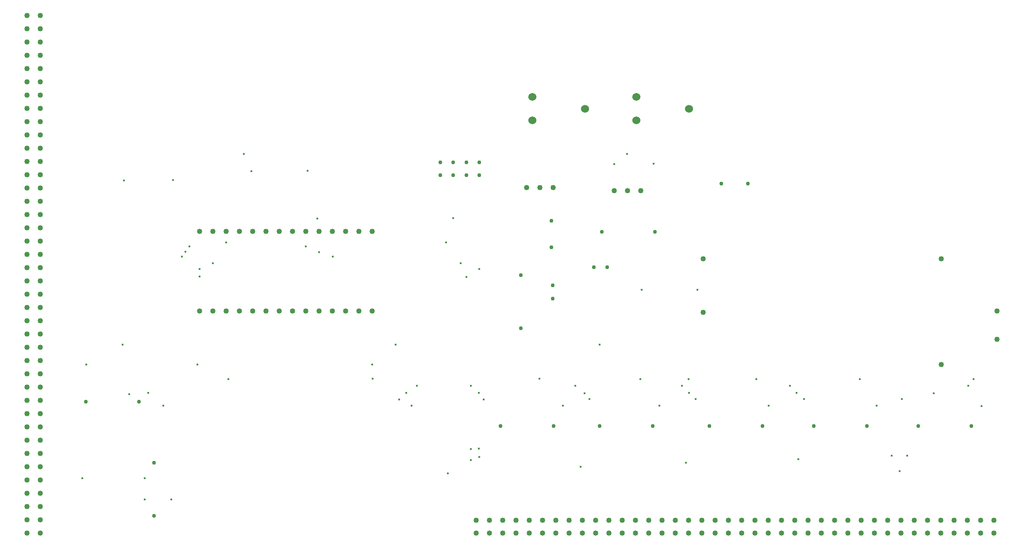
<source format=gbr>
G04 PROTEUS GERBER X2 FILE*
%TF.GenerationSoftware,Labcenter,Proteus,8.6-SP2-Build23525*%
%TF.CreationDate,2023-01-29T17:34:11+00:00*%
%TF.FileFunction,Plated,1,2,PTH*%
%TF.FilePolarity,Positive*%
%TF.Part,Single*%
%FSLAX45Y45*%
%MOMM*%
G01*
%TA.AperFunction,ViaDrill*%
%ADD63C,0.381000*%
%TA.AperFunction,ComponentDrill*%
%ADD64C,1.016000*%
%TA.AperFunction,ComponentDrill*%
%ADD65C,0.762000*%
%TA.AperFunction,ComponentDrill*%
%ADD66C,1.524000*%
%TD.AperFunction*%
D63*
X-8000000Y-5600000D03*
X-9200000Y-5600000D03*
X+334051Y-5374918D03*
X+2350000Y-5300000D03*
X+4502224Y-5232752D03*
X+7090000Y-3970000D03*
X+8010000Y-4220000D03*
X+6289287Y-5165746D03*
X+6586585Y-5164222D03*
X+6000000Y-4210000D03*
X+4468614Y-3964455D03*
X+4336349Y-3825198D03*
X+3933258Y-4210711D03*
X+2411447Y-3962708D03*
X+2274468Y-3826024D03*
X-2201233Y-5504834D03*
X+1845451Y-4209125D03*
X-1606369Y-5187061D03*
X-1610000Y-5030000D03*
X-1762096Y-5246236D03*
X-1767421Y-5041227D03*
X-1766719Y-3825321D03*
X+697161Y-3038265D03*
X+0Y-4210000D03*
X-1608035Y-3963997D03*
X-3201490Y-3042567D03*
X-7932415Y-3960705D03*
X-2998651Y-3964088D03*
X-2901481Y-4210373D03*
X-2799066Y-3827069D03*
X-8400000Y+100000D03*
X-8300158Y-3984869D03*
X+7750000Y-3830000D03*
X+6436682Y-5464077D03*
X+6483839Y-4083882D03*
X+4608378Y-4078798D03*
X+2540000Y-4080000D03*
X-3131825Y-4086829D03*
X+2400000Y-3700000D03*
X+5679679Y-3702008D03*
X+1479095Y-3701045D03*
X-4890903Y+285445D03*
X-5959645Y+283375D03*
X-3650000Y-3420000D03*
X-453291Y-3688191D03*
X-6400000Y-3700000D03*
X-7500000Y-6000000D03*
X-8000000Y-6000000D03*
X+7850695Y-3698774D03*
X+3700000Y-3700000D03*
X-7291831Y-1353165D03*
X-4408167Y-1352577D03*
X-4704503Y-625636D03*
X-2105843Y-613904D03*
X-2239292Y-1086541D03*
X-6445023Y-1083311D03*
X-1850000Y-1740000D03*
X-6953789Y-1738863D03*
X-1956907Y-1485201D03*
X-6698474Y-1485396D03*
X-6952416Y-1588546D03*
X-1600000Y-1590000D03*
X+1503296Y-1991979D03*
X+2570000Y-1990000D03*
X+1227405Y+610000D03*
X-6103790Y+610000D03*
X-3645663Y-3688291D03*
X-6995972Y-3417083D03*
X-9121140Y-3417083D03*
X-7223176Y-1263100D03*
X-4664763Y-1267950D03*
X-7145887Y-1156873D03*
X-4920339Y-1155785D03*
X-7650000Y-4210000D03*
X-8430872Y-3036405D03*
X-7460468Y+106759D03*
X+978935Y+414852D03*
X+1733390Y+423235D03*
X-1515637Y-4089760D03*
X+237864Y-3826128D03*
X+414834Y-3967701D03*
X+507307Y-4084578D03*
D64*
X-1661252Y-6400000D03*
X-1407252Y-6400000D03*
X-1153252Y-6400000D03*
X-899252Y-6400000D03*
X-645252Y-6400000D03*
X-391252Y-6400000D03*
X-137252Y-6400000D03*
X+116748Y-6400000D03*
X+370748Y-6400000D03*
X+624748Y-6400000D03*
X+878748Y-6400000D03*
X+1132748Y-6400000D03*
X+1386748Y-6400000D03*
X+1640748Y-6400000D03*
X+1894748Y-6400000D03*
X+2148748Y-6400000D03*
X+2402748Y-6400000D03*
X+2656748Y-6400000D03*
X+2910748Y-6400000D03*
X+3164748Y-6400000D03*
X+3418748Y-6400000D03*
X+3672748Y-6400000D03*
X+3926748Y-6400000D03*
X+4180748Y-6400000D03*
X+4434748Y-6400000D03*
X+4688748Y-6400000D03*
X+4942748Y-6400000D03*
X+5196748Y-6400000D03*
X+5450748Y-6400000D03*
X+5704748Y-6400000D03*
X+5958748Y-6400000D03*
X+6212748Y-6400000D03*
X+6466748Y-6400000D03*
X+6720748Y-6400000D03*
X+6974748Y-6400000D03*
X+7228748Y-6400000D03*
X+7482748Y-6400000D03*
X+7736748Y-6400000D03*
X+7990748Y-6400000D03*
X+8244748Y-6400000D03*
X+8244748Y-6650000D03*
X+7990748Y-6650000D03*
X+7736748Y-6650000D03*
X+7482748Y-6650000D03*
X+7228748Y-6650000D03*
X+6974748Y-6650000D03*
X+6720748Y-6650000D03*
X+6466748Y-6650000D03*
X+6212748Y-6650000D03*
X+5958748Y-6650000D03*
X+5704748Y-6650000D03*
X+5450748Y-6650000D03*
X+5196748Y-6650000D03*
X+4942748Y-6650000D03*
X+4688748Y-6650000D03*
X+4434748Y-6650000D03*
X+4180748Y-6650000D03*
X+3926748Y-6650000D03*
X+3672748Y-6650000D03*
X+3418748Y-6650000D03*
X+3164748Y-6650000D03*
X+2910748Y-6650000D03*
X+2656748Y-6650000D03*
X+2402748Y-6650000D03*
X+2148748Y-6650000D03*
X+1894748Y-6650000D03*
X+1640748Y-6650000D03*
X+1386748Y-6650000D03*
X+1132748Y-6650000D03*
X+878748Y-6650000D03*
X+624748Y-6650000D03*
X+370748Y-6650000D03*
X+116748Y-6650000D03*
X-137252Y-6650000D03*
X-391252Y-6650000D03*
X-645252Y-6650000D03*
X-899252Y-6650000D03*
X-1153252Y-6650000D03*
X-1407252Y-6650000D03*
X-1661252Y-6650000D03*
X-10005252Y+3256000D03*
X-10005252Y+3002000D03*
X-10005252Y+2748000D03*
X-10005252Y+2494000D03*
X-10005252Y+2240000D03*
X-10005252Y+1986000D03*
X-10005252Y+1732000D03*
X-10005252Y+1478000D03*
X-10005252Y+1224000D03*
X-10005252Y+970000D03*
X-10005252Y+716000D03*
X-10005252Y+462000D03*
X-10005252Y+208000D03*
X-10005252Y-46000D03*
X-10005252Y-300000D03*
X-10005252Y-554000D03*
X-10005252Y-808000D03*
X-10005252Y-1062000D03*
X-10005252Y-1316000D03*
X-10005252Y-1570000D03*
X-10005252Y-1824000D03*
X-10005252Y-2078000D03*
X-10005252Y-2332000D03*
X-10005252Y-2586000D03*
X-10005252Y-2840000D03*
X-10005252Y-3094000D03*
X-10005252Y-3348000D03*
X-10005252Y-3602000D03*
X-10005252Y-3856000D03*
X-10005252Y-4110000D03*
X-10005252Y-4364000D03*
X-10005252Y-4618000D03*
X-10005252Y-4872000D03*
X-10005252Y-5126000D03*
X-10005252Y-5380000D03*
X-10005252Y-5634000D03*
X-10005252Y-5888000D03*
X-10005252Y-6142000D03*
X-10005252Y-6396000D03*
X-10005252Y-6650000D03*
X-10255252Y-6650000D03*
X-10255252Y-6396000D03*
X-10255252Y-6142000D03*
X-10255252Y-5888000D03*
X-10255252Y-5634000D03*
X-10255252Y-5380000D03*
X-10255252Y-5126000D03*
X-10255252Y-4872000D03*
X-10255252Y-4618000D03*
X-10255252Y-4364000D03*
X-10255252Y-4110000D03*
X-10255252Y-3856000D03*
X-10255252Y-3602000D03*
X-10255252Y-3348000D03*
X-10255252Y-3094000D03*
X-10255252Y-2840000D03*
X-10255252Y-2586000D03*
X-10255252Y-2332000D03*
X-10255252Y-2078000D03*
X-10255252Y-1824000D03*
X-10255252Y-1570000D03*
X-10255252Y-1316000D03*
X-10255252Y-1062000D03*
X-10255252Y-808000D03*
X-10255252Y-554000D03*
X-10255252Y-300000D03*
X-10255252Y-46000D03*
X-10255252Y+208000D03*
X-10255252Y+462000D03*
X-10255252Y+716000D03*
X-10255252Y+970000D03*
X-10255252Y+1224000D03*
X-10255252Y+1478000D03*
X-10255252Y+1732000D03*
X-10255252Y+1986000D03*
X-10255252Y+2240000D03*
X-10255252Y+2494000D03*
X-10255252Y+2748000D03*
X-10255252Y+3002000D03*
X-10255252Y+3256000D03*
X-3650000Y-870000D03*
X-3904000Y-870000D03*
X-4158000Y-870000D03*
X-4412000Y-870000D03*
X-4666000Y-870000D03*
X-4920000Y-870000D03*
X-5174000Y-870000D03*
X-5428000Y-870000D03*
X-5682000Y-870000D03*
X-5936000Y-870000D03*
X-6190000Y-870000D03*
X-6444000Y-870000D03*
X-6698000Y-870000D03*
X-6952000Y-870000D03*
X-6952000Y-2394000D03*
X-6698000Y-2394000D03*
X-6444000Y-2394000D03*
X-6190000Y-2394000D03*
X-5936000Y-2394000D03*
X-5682000Y-2394000D03*
X-5428000Y-2394000D03*
X-5174000Y-2394000D03*
X-4920000Y-2394000D03*
X-4666000Y-2394000D03*
X-4412000Y-2394000D03*
X-4158000Y-2394000D03*
X-3904000Y-2394000D03*
X-3650000Y-2394000D03*
D65*
X-9130000Y-4130000D03*
X-8114000Y-4130000D03*
X-7830000Y-5298384D03*
X-7830000Y-6314384D03*
X-1200000Y-4600000D03*
X-184000Y-4600000D03*
X+700000Y-4600000D03*
X+1716000Y-4600000D03*
X+2800000Y-4600000D03*
X+3816000Y-4600000D03*
X+4800000Y-4600000D03*
X+5816000Y-4600000D03*
X+6800000Y-4600000D03*
X+7816000Y-4600000D03*
D64*
X-694000Y-30000D03*
X-440000Y-30000D03*
X-186000Y-30000D03*
X+975346Y-93346D03*
X+1229346Y-93346D03*
X+1483346Y-93346D03*
D65*
X-810654Y-2723346D03*
X-810654Y-1707346D03*
D64*
X+8300000Y-2400000D03*
X+8300000Y-2938265D03*
X+7240000Y-1400000D03*
X+7240000Y-3420000D03*
X+2680000Y-1400000D03*
X+2680000Y-2420000D03*
D65*
X-1600000Y+200000D03*
X-1850000Y+200000D03*
X-2100000Y+200000D03*
X-2350000Y+200000D03*
X-2100000Y+450000D03*
X-1850000Y+450000D03*
X-1600000Y+450000D03*
X-2350000Y+450000D03*
D66*
X-590000Y+1252000D03*
X-590000Y+1700000D03*
X+422000Y+1476000D03*
D65*
X+3030000Y+40000D03*
X+3538000Y+40000D03*
X-220000Y-670000D03*
X-220000Y-1178000D03*
X+1756000Y-880000D03*
X+740000Y-880000D03*
X-200000Y-2160000D03*
X-200000Y-1906000D03*
X+844000Y-1560000D03*
X+590000Y-1560000D03*
D66*
X+1400000Y+1252000D03*
X+1400000Y+1700000D03*
X+2412000Y+1476000D03*
M02*

</source>
